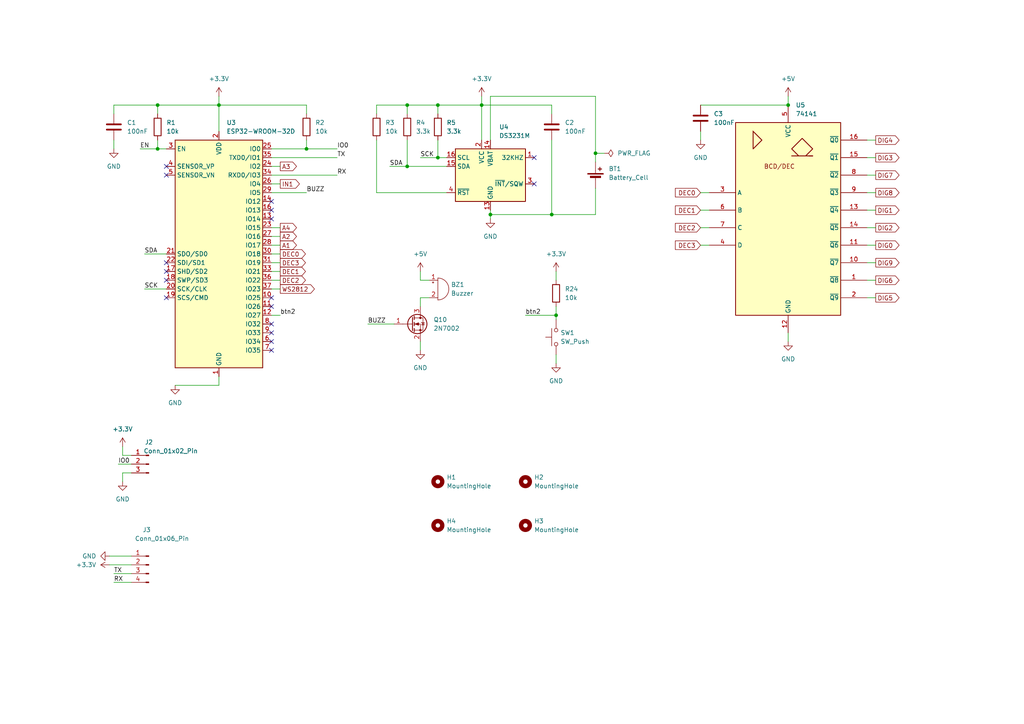
<source format=kicad_sch>
(kicad_sch (version 20230121) (generator eeschema)
  (paper "A4")
  (lib_symbols
    (symbol "74xx_IEEE:74141"
      (property "Reference" "U" (at 0 0 0))
      (property "Value" "74141" (at 15.24 -30.48 0))
      (symbol "74141_0_0"
        (polyline (pts (xy 7.112 18.288) (xy 6.096 18.288) (xy 6.096 18.288)) (stroke (width 0.254)) (fill (type background)))
        (polyline (pts (xy -10.16 25.4) (xy -10.16 20.32) (xy -7.62 22.86) (xy -10.16 25.4) (xy -10.16 25.4)) (stroke (width 0.254)) (fill (type background)))
        (polyline (pts (xy 5.08 18.288) (xy 7.112 20.32) (xy 4.064 23.368) (xy 1.016 20.32) (xy 3.048 18.288) (xy 1.016 18.288) (xy 7.112 18.288)) (stroke (width 0.254)) (fill (type background)))
        (text "BCD/DEC" (at -2.54 15.24 0) (effects (font (size 1.27 1.27))))
        (pin power_in line (at 0 -33.02 90) (length 5.08) (name "GND") (number "12"))
        (pin power_in line (at 0 33.02 270) (length 5.08) (name "VCC") (number "5"))
      )
      (symbol "74141_0_1"
        (rectangle (start -15.24 27.94) (end 15.24 -27.94) (stroke (width 0.254)) (fill (type background)))
      )
      (symbol "74141_1_1"
        (pin open_collector line (at 22.86 -17.78 180) (length 7.62) (name "~{Q8}") (number "1"))
        (pin open_collector line (at 22.86 -12.7 180) (length 7.62) (name "~{Q7}") (number "10"))
        (pin open_collector line (at 22.86 -7.62 180) (length 7.62) (name "~{Q6}") (number "11"))
        (pin open_collector line (at 22.86 2.54 180) (length 7.62) (name "~{Q4}") (number "13"))
        (pin open_collector line (at 22.86 -2.54 180) (length 7.62) (name "~{Q5}") (number "14"))
        (pin open_collector line (at 22.86 17.78 180) (length 7.62) (name "~{Q1}") (number "15"))
        (pin open_collector line (at 22.86 22.86 180) (length 7.62) (name "~{Q0}") (number "16"))
        (pin open_collector line (at 22.86 -22.86 180) (length 7.62) (name "~{Q9}") (number "2"))
        (pin input line (at -22.86 7.62 0) (length 7.62) (name "A") (number "3"))
        (pin input line (at -22.86 -7.62 0) (length 7.62) (name "D") (number "4"))
        (pin input line (at -22.86 2.54 0) (length 7.62) (name "B") (number "6"))
        (pin input line (at -22.86 -2.54 0) (length 7.62) (name "C") (number "7"))
        (pin open_collector line (at 22.86 12.7 180) (length 7.62) (name "~{Q2}") (number "8"))
        (pin open_collector line (at 22.86 7.62 180) (length 7.62) (name "~{Q3}") (number "9"))
      )
    )
    (symbol "Connector:Conn_01x03_Pin" (pin_names (offset 1.016) hide)
      (property "Reference" "J" (at 0 5.08 0))
      (property "Value" "Conn_01x03_Pin" (at 0 -5.08 0))
      (symbol "Conn_01x03_Pin_1_1"
        (polyline (pts (xy 1.27 -2.54) (xy 0.8636 -2.54)) (stroke (width 0.1524)))
        (polyline (pts (xy 1.27 0) (xy 0.8636 0)) (stroke (width 0.1524)))
        (polyline (pts (xy 1.27 2.54) (xy 0.8636 2.54)) (stroke (width 0.1524)))
        (rectangle (start 0.8636 -2.413) (end 0 -2.667) (stroke (width 0.1524)) (fill (type outline)))
        (rectangle (start 0.8636 0.127) (end 0 -0.127) (stroke (width 0.1524)) (fill (type outline)))
        (rectangle (start 0.8636 2.667) (end 0 2.413) (stroke (width 0.1524)) (fill (type outline)))
        (pin passive line (at 5.08 2.54 180) (length 3.81) (name "Pin_1") (number "1"))
        (pin passive line (at 5.08 0 180) (length 3.81) (name "Pin_2") (number "2"))
        (pin passive line (at 5.08 -2.54 180) (length 3.81) (name "Pin_3") (number "3"))
      )
    )
    (symbol "Connector:Conn_01x04_Pin" (pin_names (offset 1.016) hide)
      (property "Reference" "J" (at 0 5.08 0))
      (property "Value" "Conn_01x04_Pin" (at 0 -7.62 0))
      (symbol "Conn_01x04_Pin_1_1"
        (polyline (pts (xy 1.27 -5.08) (xy 0.8636 -5.08)) (stroke (width 0.1524)))
        (polyline (pts (xy 1.27 -2.54) (xy 0.8636 -2.54)) (stroke (width 0.1524)))
        (polyline (pts (xy 1.27 0) (xy 0.8636 0)) (stroke (width 0.1524)))
        (polyline (pts (xy 1.27 2.54) (xy 0.8636 2.54)) (stroke (width 0.1524)))
        (rectangle (start 0.8636 -4.953) (end 0 -5.207) (stroke (width 0.1524)) (fill (type outline)))
        (rectangle (start 0.8636 -2.413) (end 0 -2.667) (stroke (width 0.1524)) (fill (type outline)))
        (rectangle (start 0.8636 0.127) (end 0 -0.127) (stroke (width 0.1524)) (fill (type outline)))
        (rectangle (start 0.8636 2.667) (end 0 2.413) (stroke (width 0.1524)) (fill (type outline)))
        (pin passive line (at 5.08 2.54 180) (length 3.81) (name "Pin_1") (number "1"))
        (pin passive line (at 5.08 0 180) (length 3.81) (name "Pin_2") (number "2"))
        (pin passive line (at 5.08 -2.54 180) (length 3.81) (name "Pin_3") (number "3"))
        (pin passive line (at 5.08 -5.08 180) (length 3.81) (name "Pin_4") (number "4"))
      )
    )
    (symbol "Device:Battery_Cell" (pin_numbers hide) (pin_names (offset 0) hide)
      (property "Reference" "BT" (at 2.54 2.54 0))
      (property "Value" "Battery_Cell" (at 2.54 0 0))
      (symbol "Battery_Cell_0_1"
        (rectangle (start -2.286 1.778) (end 2.286 1.524) (fill (type outline)))
        (rectangle (start -1.524 1.016) (end 1.524 0.508) (fill (type outline)))
        (polyline (pts (xy 0 0.762) (xy 0 0)))
        (polyline (pts (xy 0 1.778) (xy 0 2.54)))
        (polyline (pts (xy 0.762 3.048) (xy 1.778 3.048)) (stroke (width 0.254)))
        (polyline (pts (xy 1.27 3.556) (xy 1.27 2.54)) (stroke (width 0.254)))
      )
      (symbol "Battery_Cell_1_1"
        (pin passive line (at 0 5.08 270) (length 2.54) (name "+") (number "1"))
        (pin passive line (at 0 -2.54 90) (length 2.54) (name "-") (number "2"))
      )
    )
    (symbol "Device:Buzzer" (pin_names (offset 0.0254) hide)
      (property "Reference" "BZ" (at 3.81 1.27 0))
      (property "Value" "Buzzer" (at 3.81 -1.27 0))
      (symbol "Buzzer_0_1"
        (arc (start 0 -3.175) (mid 3.1612 0) (end 0 3.175))
        (polyline (pts (xy -1.651 1.905) (xy -1.143 1.905)))
        (polyline (pts (xy -1.397 2.159) (xy -1.397 1.651)))
        (polyline (pts (xy 0 3.175) (xy 0 -3.175)))
      )
      (symbol "Buzzer_1_1"
        (pin passive line (at -2.54 2.54 0) (length 2.54) (name "+") (number "1"))
        (pin passive line (at -2.54 -2.54 0) (length 2.54) (name "-") (number "2"))
      )
    )
    (symbol "Device:C" (pin_numbers hide) (pin_names (offset 0.254))
      (property "Reference" "C" (at 0.635 2.54 0))
      (property "Value" "C" (at 0.635 -2.54 0))
      (symbol "C_0_1"
        (polyline (pts (xy -2.032 -0.762) (xy 2.032 -0.762)) (stroke (width 0.508)))
        (polyline (pts (xy -2.032 0.762) (xy 2.032 0.762)) (stroke (width 0.508)))
      )
      (symbol "C_1_1"
        (pin passive line (at 0 3.81 270) (length 2.794) (name "~") (number "1"))
        (pin passive line (at 0 -3.81 90) (length 2.794) (name "~") (number "2"))
      )
    )
    (symbol "Device:R" (pin_numbers hide) (pin_names (offset 0))
      (property "Reference" "R" (at 2.032 0 90))
      (property "Value" "R" (at 0 0 90))
      (symbol "R_0_1"
        (rectangle (start -1.016 -2.54) (end 1.016 2.54) (stroke (width 0.254)))
      )
      (symbol "R_1_1"
        (pin passive line (at 0 3.81 270) (length 1.27) (name "~") (number "1"))
        (pin passive line (at 0 -3.81 90) (length 1.27) (name "~") (number "2"))
      )
    )
    (symbol "Mechanical:MountingHole" (pin_names (offset 1.016))
      (property "Reference" "H" (at 0 5.08 0))
      (property "Value" "MountingHole" (at 0 3.175 0))
      (symbol "MountingHole_0_1"
        (circle (center 0 0) (radius 1.27) (stroke (width 1.27)))
      )
    )
    (symbol "RF_Module:ESP32-WROOM-32D"
      (property "Reference" "U" (at -12.7 34.29 0))
      (property "Value" "ESP32-WROOM-32D" (at 1.27 34.29 0))
      (symbol "ESP32-WROOM-32D_0_1"
        (rectangle (start -12.7 33.02) (end 12.7 -33.02) (stroke (width 0.254)) (fill (type background)))
      )
      (symbol "ESP32-WROOM-32D_1_1"
        (pin power_in line (at 0 -35.56 90) (length 2.54) (name "GND") (number "1"))
        (pin bidirectional line (at 15.24 -12.7 180) (length 2.54) (name "IO25") (number "10"))
        (pin bidirectional line (at 15.24 -15.24 180) (length 2.54) (name "IO26") (number "11"))
        (pin bidirectional line (at 15.24 -17.78 180) (length 2.54) (name "IO27") (number "12"))
        (pin bidirectional line (at 15.24 10.16 180) (length 2.54) (name "IO14") (number "13"))
        (pin bidirectional line (at 15.24 15.24 180) (length 2.54) (name "IO12") (number "14"))
        (pin passive line (at 0 -35.56 90) (length 2.54) hide (name "GND") (number "15"))
        (pin bidirectional line (at 15.24 12.7 180) (length 2.54) (name "IO13") (number "16"))
        (pin bidirectional line (at -15.24 -5.08 0) (length 2.54) (name "SHD/SD2") (number "17"))
        (pin bidirectional line (at -15.24 -7.62 0) (length 2.54) (name "SWP/SD3") (number "18"))
        (pin bidirectional line (at -15.24 -12.7 0) (length 2.54) (name "SCS/CMD") (number "19"))
        (pin power_in line (at 0 35.56 270) (length 2.54) (name "VDD") (number "2"))
        (pin bidirectional line (at -15.24 -10.16 0) (length 2.54) (name "SCK/CLK") (number "20"))
        (pin bidirectional line (at -15.24 0 0) (length 2.54) (name "SDO/SD0") (number "21"))
        (pin bidirectional line (at -15.24 -2.54 0) (length 2.54) (name "SDI/SD1") (number "22"))
        (pin bidirectional line (at 15.24 7.62 180) (length 2.54) (name "IO15") (number "23"))
        (pin bidirectional line (at 15.24 25.4 180) (length 2.54) (name "IO2") (number "24"))
        (pin bidirectional line (at 15.24 30.48 180) (length 2.54) (name "IO0") (number "25"))
        (pin bidirectional line (at 15.24 20.32 180) (length 2.54) (name "IO4") (number "26"))
        (pin bidirectional line (at 15.24 5.08 180) (length 2.54) (name "IO16") (number "27"))
        (pin bidirectional line (at 15.24 2.54 180) (length 2.54) (name "IO17") (number "28"))
        (pin bidirectional line (at 15.24 17.78 180) (length 2.54) (name "IO5") (number "29"))
        (pin input line (at -15.24 30.48 0) (length 2.54) (name "EN") (number "3"))
        (pin bidirectional line (at 15.24 0 180) (length 2.54) (name "IO18") (number "30"))
        (pin bidirectional line (at 15.24 -2.54 180) (length 2.54) (name "IO19") (number "31"))
        (pin no_connect line (at -12.7 -27.94 0) (length 2.54) hide (name "NC") (number "32"))
        (pin bidirectional line (at 15.24 -5.08 180) (length 2.54) (name "IO21") (number "33"))
        (pin bidirectional line (at 15.24 22.86 180) (length 2.54) (name "RXD0/IO3") (number "34"))
        (pin bidirectional line (at 15.24 27.94 180) (length 2.54) (name "TXD0/IO1") (number "35"))
        (pin bidirectional line (at 15.24 -7.62 180) (length 2.54) (name "IO22") (number "36"))
        (pin bidirectional line (at 15.24 -10.16 180) (length 2.54) (name "IO23") (number "37"))
        (pin passive line (at 0 -35.56 90) (length 2.54) hide (name "GND") (number "38"))
        (pin passive line (at 0 -35.56 90) (length 2.54) hide (name "GND") (number "39"))
        (pin input line (at -15.24 25.4 0) (length 2.54) (name "SENSOR_VP") (number "4"))
        (pin input line (at -15.24 22.86 0) (length 2.54) (name "SENSOR_VN") (number "5"))
        (pin input line (at 15.24 -25.4 180) (length 2.54) (name "IO34") (number "6"))
        (pin input line (at 15.24 -27.94 180) (length 2.54) (name "IO35") (number "7"))
        (pin bidirectional line (at 15.24 -20.32 180) (length 2.54) (name "IO32") (number "8"))
        (pin bidirectional line (at 15.24 -22.86 180) (length 2.54) (name "IO33") (number "9"))
      )
    )
    (symbol "Switch:SW_Push" (pin_numbers hide) (pin_names (offset 1.016) hide)
      (property "Reference" "SW" (at 1.27 2.54 0))
      (property "Value" "SW_Push" (at 0 -1.524 0))
      (symbol "SW_Push_0_1"
        (circle (center -2.032 0) (radius 0.508))
        (polyline (pts (xy 0 1.27) (xy 0 3.048)))
        (polyline (pts (xy 2.54 1.27) (xy -2.54 1.27)))
        (circle (center 2.032 0) (radius 0.508))
        (pin passive line (at -5.08 0 0) (length 2.54) (name "1") (number "1"))
        (pin passive line (at 5.08 0 180) (length 2.54) (name "2") (number "2"))
      )
    )
    (symbol "Timer_RTC:DS3231M"
      (property "Reference" "U" (at -7.62 8.89 0))
      (property "Value" "DS3231M" (at 10.16 8.89 0))
      (symbol "DS3231M_0_1"
        (rectangle (start -10.16 7.62) (end 10.16 -7.62) (stroke (width 0.254)) (fill (type background)))
      )
      (symbol "DS3231M_1_1"
        (pin open_collector line (at 12.7 5.08 180) (length 2.54) (name "32KHZ") (number "1"))
        (pin passive line (at 0 -10.16 90) (length 2.54) hide (name "GND") (number "10"))
        (pin passive line (at 0 -10.16 90) (length 2.54) hide (name "GND") (number "11"))
        (pin passive line (at 0 -10.16 90) (length 2.54) hide (name "GND") (number "12"))
        (pin power_in line (at 0 -10.16 90) (length 2.54) (name "GND") (number "13"))
        (pin power_in line (at 0 10.16 270) (length 2.54) (name "VBAT") (number "14"))
        (pin bidirectional line (at -12.7 2.54 0) (length 2.54) (name "SDA") (number "15"))
        (pin input line (at -12.7 5.08 0) (length 2.54) (name "SCL") (number "16"))
        (pin power_in line (at -2.54 10.16 270) (length 2.54) (name "VCC") (number "2"))
        (pin open_collector line (at 12.7 -2.54 180) (length 2.54) (name "~{INT}/SQW") (number "3"))
        (pin bidirectional line (at -12.7 -5.08 0) (length 2.54) (name "~{RST}") (number "4"))
        (pin passive line (at 0 -10.16 90) (length 2.54) hide (name "GND") (number "5"))
        (pin passive line (at 0 -10.16 90) (length 2.54) hide (name "GND") (number "6"))
        (pin passive line (at 0 -10.16 90) (length 2.54) hide (name "GND") (number "7"))
        (pin passive line (at 0 -10.16 90) (length 2.54) hide (name "GND") (number "8"))
        (pin passive line (at 0 -10.16 90) (length 2.54) hide (name "GND") (number "9"))
      )
    )
    (symbol "Transistor_FET:2N7002" (pin_names hide)
      (property "Reference" "Q" (at 5.08 1.905 0))
      (property "Value" "2N7002" (at 5.08 0 0))
      (symbol "2N7002_0_1"
        (polyline (pts (xy 0.254 0) (xy -2.54 0)))
        (polyline (pts (xy 0.254 1.905) (xy 0.254 -1.905)) (stroke (width 0.254)))
        (polyline (pts (xy 0.762 -1.27) (xy 0.762 -2.286)) (stroke (width 0.254)))
        (polyline (pts (xy 0.762 0.508) (xy 0.762 -0.508)) (stroke (width 0.254)))
        (polyline (pts (xy 0.762 2.286) (xy 0.762 1.27)) (stroke (width 0.254)))
        (polyline (pts (xy 2.54 2.54) (xy 2.54 1.778)))
        (polyline (pts (xy 2.54 -2.54) (xy 2.54 0) (xy 0.762 0)))
        (polyline (pts (xy 0.762 -1.778) (xy 3.302 -1.778) (xy 3.302 1.778) (xy 0.762 1.778)))
        (polyline (pts (xy 1.016 0) (xy 2.032 0.381) (xy 2.032 -0.381) (xy 1.016 0)) (fill (type outline)))
        (polyline (pts (xy 2.794 0.508) (xy 2.921 0.381) (xy 3.683 0.381) (xy 3.81 0.254)))
        (polyline (pts (xy 3.302 0.381) (xy 2.921 -0.254) (xy 3.683 -0.254) (xy 3.302 0.381)))
        (circle (center 1.651 0) (radius 2.794) (stroke (width 0.254)))
        (circle (center 2.54 -1.778) (radius 0.254) (fill (type outline)))
        (circle (center 2.54 1.778) (radius 0.254) (fill (type outline)))
      )
      (symbol "2N7002_1_1"
        (pin input line (at -5.08 0 0) (length 2.54) (name "G") (number "1"))
        (pin passive line (at 2.54 -5.08 90) (length 2.54) (name "S") (number "2"))
        (pin passive line (at 2.54 5.08 270) (length 2.54) (name "D") (number "3"))
      )
    )
    (symbol "power:+3.3V" (power) (pin_names (offset 0))
      (property "Value" "+3.3V" (at 0 3.556 0))
      (symbol "+3.3V_0_1"
        (polyline (pts (xy -0.762 1.27) (xy 0 2.54)))
        (polyline (pts (xy 0 0) (xy 0 2.54)))
        (polyline (pts (xy 0 2.54) (xy 0.762 1.27)))
      )
      (symbol "+3.3V_1_1"
        (pin power_in line (at 0 0 90) (length 0) hide (name "+3.3V") (number "1"))
      )
    )
    (symbol "power:+5V" (power) (pin_names (offset 0))
      (property "Value" "+5V" (at 0 3.556 0))
      (symbol "+5V_0_1"
        (polyline (pts (xy -0.762 1.27) (xy 0 2.54)))
        (polyline (pts (xy 0 0) (xy 0 2.54)))
        (polyline (pts (xy 0 2.54) (xy 0.762 1.27)))
      )
      (symbol "+5V_1_1"
        (pin power_in line (at 0 0 90) (length 0) hide (name "+5V") (number "1"))
      )
    )
    (symbol "power:GND" (power) (pin_names (offset 0))
      (property "Value" "GND" (at 0 -3.81 0))
      (symbol "GND_0_1"
        (polyline (pts (xy 0 0) (xy 0 -1.27) (xy 1.27 -1.27) (xy 0 -2.54) (xy -1.27 -1.27) (xy 0 -1.27)))
      )
      (symbol "GND_1_1"
        (pin power_in line (at 0 0 270) (length 0) hide (name "GND") (number "1"))
      )
    )
    (symbol "power:PWR_FLAG" (power) (pin_numbers hide) (pin_names (offset 0) hide)
      (property "Value" "PWR_FLAG" (at 0 3.81 0))
      (symbol "PWR_FLAG_0_0"
        (pin power_out line (at 0 0 90) (length 0) (name "pwr") (number "1"))
      )
      (symbol "PWR_FLAG_0_1"
        (polyline (pts (xy 0 0) (xy 0 1.27) (xy -1.016 1.905) (xy 0 2.54) (xy 1.016 1.905) (xy 0 1.27)))
      )
    )
  )
  (junction (at 161.29 91.44))
  (junction (at 139.7 30.48))
  (junction (at 127 45.72))
  (junction (at 172.72 44.45))
  (junction (at 228.6 30.48))
  (junction (at 118.11 48.26))
  (junction (at 118.11 30.48))
  (junction (at 142.24 62.23))
  (junction (at 45.72 30.48))
  (junction (at 63.5 30.48))
  (junction (at 127 30.48))
  (junction (at 88.9 43.18))
  (junction (at 45.72 43.18))
  (junction (at 160.02 62.23))
  (no_connect (at 48.26 48.26))
  (no_connect (at 154.94 53.34))
  (no_connect (at 78.74 99.06))
  (no_connect (at 48.26 76.2))
  (no_connect (at 48.26 50.8))
  (no_connect (at 78.74 63.5))
  (no_connect (at 78.74 86.36))
  (no_connect (at 48.26 81.28))
  (no_connect (at 78.74 101.6))
  (no_connect (at 78.74 60.96))
  (no_connect (at 78.74 88.9))
  (no_connect (at 78.74 93.98))
  (no_connect (at 48.26 78.74))
  (no_connect (at 154.94 45.72))
  (no_connect (at 48.26 86.36))
  (no_connect (at 78.74 58.42))
  (no_connect (at 78.74 96.52))
  (wire (pts (xy 251.46 71.12) (xy 254 71.12)))
  (wire (pts (xy 152.4 91.44) (xy 161.29 91.44)))
  (wire (pts (xy 251.46 60.96) (xy 254 60.96)))
  (wire (pts (xy 121.92 45.72) (xy 127 45.72)))
  (wire (pts (xy 78.74 50.8) (xy 97.79 50.8)))
  (wire (pts (xy 109.22 30.48) (xy 109.22 33.02)))
  (wire (pts (xy 78.74 66.04) (xy 81.28 66.04)))
  (wire (pts (xy 118.11 48.26) (xy 129.54 48.26)))
  (wire (pts (xy 172.72 44.45) (xy 172.72 27.94)))
  (wire (pts (xy 142.24 60.96) (xy 142.24 62.23)))
  (wire (pts (xy 139.7 27.94) (xy 139.7 30.48)))
  (wire (pts (xy 118.11 30.48) (xy 118.11 33.02)))
  (wire (pts (xy 121.92 86.36) (xy 121.92 88.9)))
  (wire (pts (xy 78.74 45.72) (xy 97.79 45.72)))
  (wire (pts (xy 139.7 30.48) (xy 160.02 30.48)))
  (wire (pts (xy 203.2 30.48) (xy 228.6 30.48)))
  (wire (pts (xy 78.74 55.88) (xy 88.9 55.88)))
  (wire (pts (xy 160.02 62.23) (xy 142.24 62.23)))
  (wire (pts (xy 33.02 166.37) (xy 38.1 166.37)))
  (wire (pts (xy 109.22 30.48) (xy 118.11 30.48)))
  (wire (pts (xy 251.46 86.36) (xy 254 86.36)))
  (wire (pts (xy 63.5 109.22) (xy 63.5 111.76)))
  (wire (pts (xy 31.75 163.83) (xy 38.1 163.83)))
  (wire (pts (xy 161.29 91.44) (xy 161.29 92.71)))
  (wire (pts (xy 172.72 27.94) (xy 142.24 27.94)))
  (wire (pts (xy 33.02 30.48) (xy 45.72 30.48)))
  (wire (pts (xy 40.64 43.18) (xy 45.72 43.18)))
  (wire (pts (xy 251.46 50.8) (xy 254 50.8)))
  (wire (pts (xy 203.2 38.1) (xy 203.2 40.64)))
  (wire (pts (xy 172.72 54.61) (xy 172.72 62.23)))
  (wire (pts (xy 41.91 83.82) (xy 48.26 83.82)))
  (wire (pts (xy 34.29 134.62) (xy 38.1 134.62)))
  (wire (pts (xy 78.74 78.74) (xy 81.28 78.74)))
  (wire (pts (xy 124.46 86.36) (xy 121.92 86.36)))
  (wire (pts (xy 160.02 33.02) (xy 160.02 30.48)))
  (wire (pts (xy 88.9 30.48) (xy 63.5 30.48)))
  (wire (pts (xy 109.22 55.88) (xy 129.54 55.88)))
  (wire (pts (xy 251.46 40.64) (xy 254 40.64)))
  (wire (pts (xy 172.72 46.99) (xy 172.72 44.45)))
  (wire (pts (xy 63.5 30.48) (xy 63.5 38.1)))
  (wire (pts (xy 33.02 40.64) (xy 33.02 43.18)))
  (wire (pts (xy 33.02 33.02) (xy 33.02 30.48)))
  (wire (pts (xy 33.02 168.91) (xy 38.1 168.91)))
  (wire (pts (xy 78.74 71.12) (xy 81.28 71.12)))
  (wire (pts (xy 251.46 55.88) (xy 254 55.88)))
  (wire (pts (xy 203.2 71.12) (xy 205.74 71.12)))
  (wire (pts (xy 31.75 161.29) (xy 38.1 161.29)))
  (wire (pts (xy 203.2 66.04) (xy 205.74 66.04)))
  (wire (pts (xy 35.56 139.7) (xy 35.56 137.16)))
  (wire (pts (xy 142.24 27.94) (xy 142.24 40.64)))
  (wire (pts (xy 88.9 33.02) (xy 88.9 30.48)))
  (wire (pts (xy 251.46 66.04) (xy 254 66.04)))
  (wire (pts (xy 203.2 60.96) (xy 205.74 60.96)))
  (wire (pts (xy 127 45.72) (xy 129.54 45.72)))
  (wire (pts (xy 38.1 132.08) (xy 35.56 132.08)))
  (wire (pts (xy 78.74 48.26) (xy 81.28 48.26)))
  (wire (pts (xy 78.74 76.2) (xy 81.28 76.2)))
  (wire (pts (xy 161.29 102.87) (xy 161.29 105.41)))
  (wire (pts (xy 88.9 40.64) (xy 88.9 43.18)))
  (wire (pts (xy 139.7 30.48) (xy 139.7 40.64)))
  (wire (pts (xy 172.72 62.23) (xy 160.02 62.23)))
  (wire (pts (xy 113.03 48.26) (xy 118.11 48.26)))
  (wire (pts (xy 45.72 30.48) (xy 63.5 30.48)))
  (wire (pts (xy 78.74 83.82) (xy 81.28 83.82)))
  (wire (pts (xy 228.6 27.94) (xy 228.6 30.48)))
  (wire (pts (xy 88.9 43.18) (xy 97.79 43.18)))
  (wire (pts (xy 78.74 81.28) (xy 81.28 81.28)))
  (wire (pts (xy 121.92 81.28) (xy 124.46 81.28)))
  (wire (pts (xy 127 30.48) (xy 127 33.02)))
  (wire (pts (xy 45.72 30.48) (xy 45.72 33.02)))
  (wire (pts (xy 127 30.48) (xy 139.7 30.48)))
  (wire (pts (xy 251.46 45.72) (xy 254 45.72)))
  (wire (pts (xy 121.92 99.06) (xy 121.92 101.6)))
  (wire (pts (xy 81.28 91.44) (xy 78.74 91.44)))
  (wire (pts (xy 161.29 88.9) (xy 161.29 91.44)))
  (wire (pts (xy 63.5 111.76) (xy 50.8 111.76)))
  (wire (pts (xy 41.91 73.66) (xy 48.26 73.66)))
  (wire (pts (xy 251.46 76.2) (xy 254 76.2)))
  (wire (pts (xy 127 40.64) (xy 127 45.72)))
  (wire (pts (xy 121.92 78.74) (xy 121.92 81.28)))
  (wire (pts (xy 35.56 132.08) (xy 35.56 129.54)))
  (wire (pts (xy 78.74 53.34) (xy 81.28 53.34)))
  (wire (pts (xy 63.5 27.94) (xy 63.5 30.48)))
  (wire (pts (xy 106.68 93.98) (xy 114.3 93.98)))
  (wire (pts (xy 172.72 44.45) (xy 175.26 44.45)))
  (wire (pts (xy 78.74 43.18) (xy 88.9 43.18)))
  (wire (pts (xy 118.11 40.64) (xy 118.11 48.26)))
  (wire (pts (xy 203.2 55.88) (xy 205.74 55.88)))
  (wire (pts (xy 160.02 40.64) (xy 160.02 62.23)))
  (wire (pts (xy 45.72 40.64) (xy 45.72 43.18)))
  (wire (pts (xy 45.72 43.18) (xy 48.26 43.18)))
  (wire (pts (xy 251.46 81.28) (xy 254 81.28)))
  (wire (pts (xy 78.74 68.58) (xy 81.28 68.58)))
  (wire (pts (xy 228.6 96.52) (xy 228.6 99.06)))
  (wire (pts (xy 161.29 78.74) (xy 161.29 81.28)))
  (wire (pts (xy 109.22 40.64) (xy 109.22 55.88)))
  (wire (pts (xy 118.11 30.48) (xy 127 30.48)))
  (wire (pts (xy 35.56 137.16) (xy 38.1 137.16)))
  (wire (pts (xy 142.24 62.23) (xy 142.24 63.5)))
  (wire (pts (xy 78.74 73.66) (xy 81.28 73.66)))
  (label "TX" (at 33.02 166.37 0))
  (label "SDA" (at 113.03 48.26 0))
  (label "SCK" (at 121.92 45.72 0))
  (label "BUZZ" (at 106.68 93.98 0))
  (label "IO0" (at 97.79 43.18 0))
  (label "btn2" (at 81.28 91.44 0))
  (label "BUZZ" (at 88.9 55.88 0))
  (label "TX" (at 97.79 45.72 0))
  (label "EN" (at 40.64 43.18 0))
  (label "SCK" (at 41.91 83.82 0))
  (label "IO0" (at 34.29 134.62 0))
  (label "RX" (at 33.02 168.91 0))
  (label "RX" (at 97.79 50.8 0))
  (label "btn2" (at 152.4 91.44 0))
  (label "SDA" (at 41.91 73.66 0))
  (global_label "DIG9" (shape output) (at 254 76.2 0) (property "Intersheetrefs" "${INTERSHEET_REFS}" (effects hide)))
  (global_label "DEC3" (shape output) (at 81.28 76.2 0) (property "Intersheetrefs" "${INTERSHEET_REFS}" (effects hide)))
  (global_label "DIG0" (shape output) (at 254 71.12 0) (property "Intersheetrefs" "${INTERSHEET_REFS}" (effects hide)))
  (global_label "DIG7" (shape output) (at 254 50.8 0) (property "Intersheetrefs" "${INTERSHEET_REFS}" (effects hide)))
  (global_label "DIG3" (shape output) (at 254 45.72 0) (property "Intersheetrefs" "${INTERSHEET_REFS}" (effects hide)))
  (global_label "A1" (shape output) (at 81.28 71.12 0) (property "Intersheetrefs" "${INTERSHEET_REFS}" (effects hide)))
  (global_label "DIG8" (shape output) (at 254 55.88 0) (property "Intersheetrefs" "${INTERSHEET_REFS}" (effects hide)))
  (global_label "DEC2" (shape input) (at 203.2 66.04 180) (property "Intersheetrefs" "${INTERSHEET_REFS}" (effects hide)))
  (global_label "IN1" (shape output) (at 81.28 53.34 0) (property "Intersheetrefs" "${INTERSHEET_REFS}" (effects hide)))
  (global_label "DEC1" (shape output) (at 81.28 78.74 0) (property "Intersheetrefs" "${INTERSHEET_REFS}" (effects hide)))
  (global_label "DIG1" (shape output) (at 254 60.96 0) (property "Intersheetrefs" "${INTERSHEET_REFS}" (effects hide)))
  (global_label "DIG2" (shape output) (at 254 66.04 0) (property "Intersheetrefs" "${INTERSHEET_REFS}" (effects hide)))
  (global_label "DEC1" (shape input) (at 203.2 60.96 180) (property "Intersheetrefs" "${INTERSHEET_REFS}" (effects hide)))
  (global_label "DEC0" (shape input) (at 203.2 55.88 180) (property "Intersheetrefs" "${INTERSHEET_REFS}" (effects hide)))
  (global_label "DEC2" (shape output) (at 81.28 81.28 0) (property "Intersheetrefs" "${INTERSHEET_REFS}" (effects hide)))
  (global_label "DIG4" (shape output) (at 254 40.64 0) (property "Intersheetrefs" "${INTERSHEET_REFS}" (effects hide)))
  (global_label "DIG6" (shape output) (at 254 81.28 0) (property "Intersheetrefs" "${INTERSHEET_REFS}" (effects hide)))
  (global_label "WS2812" (shape output) (at 81.28 83.82 0) (property "Intersheetrefs" "${INTERSHEET_REFS}" (effects hide)))
  (global_label "A2" (shape output) (at 81.28 68.58 0) (property "Intersheetrefs" "${INTERSHEET_REFS}" (effects hide)))
  (global_label "DIG5" (shape output) (at 254 86.36 0) (property "Intersheetrefs" "${INTERSHEET_REFS}" (effects hide)))
  (global_label "A3" (shape output) (at 81.28 48.26 0) (property "Intersheetrefs" "${INTERSHEET_REFS}" (effects hide)))
  (global_label "A4" (shape output) (at 81.28 66.04 0) (property "Intersheetrefs" "${INTERSHEET_REFS}" (effects hide)))
  (global_label "DEC0" (shape output) (at 81.28 73.66 0) (property "Intersheetrefs" "${INTERSHEET_REFS}" (effects hide)))
  (global_label "DEC3" (shape input) (at 203.2 71.12 180) (property "Intersheetrefs" "${INTERSHEET_REFS}" (effects hide)))
  (symbol (lib_id "Device:Battery_Cell") (at 172.72 52.07 0) (unit 1)
    (property "Reference" "BT1" (at 176.53 48.9585 0) (effects (justify left)))
    (property "Value" "Battery_Cell" (at 176.53 51.4985 0) (effects (justify left)))
    (property "Footprint" "project_library:CR1220_battery_holder" (effects hide))
  )
  (symbol (lib_id "power:GND") (at 203.2 40.64 0) (unit 1)
    (property "Reference" "#PWR020" (effects hide))
    (property "Value" "GND" (at 203.2 45.72 0))
  )
  (symbol (lib_id "Device:C") (at 33.02 36.83 0) (unit 1)
    (property "Reference" "C1" (at 36.83 35.56 0) (effects (justify left)))
    (property "Value" "100nF" (at 36.83 38.1 0) (effects (justify left)))
    (property "Footprint" "Capacitor_SMD:C_0805_2012Metric_Pad1.18x1.45mm_HandSolder" (effects hide))
  )
  (symbol (lib_id "Mechanical:MountingHole") (at 152.4 152.4 0) (unit 1)
    (property "Reference" "H3" (at 154.94 151.13 0) (effects (justify left)))
    (property "Value" "MountingHole" (at 154.94 153.67 0) (effects (justify left)))
    (property "Footprint" "MountingHole:MountingHole_3.2mm_M3" (effects hide))
  )
  (symbol (lib_id "RF_Module:ESP32-WROOM-32D") (at 63.5 73.66 0) (unit 1)
    (property "Reference" "U3" (at 65.6941 35.56 0) (effects (justify left)))
    (property "Value" "ESP32-WROOM-32D" (at 65.6941 38.1 0) (effects (justify left)))
    (property "Footprint" "RF_Module:ESP32-WROOM-32D" (effects hide))
    (property "Datasheet" "https://www.espressif.com/sites/default/files/documentation/esp32-wroom-32d_esp32-wroom-32u_datasheet_en.pdf" (effects hide))
  )
  (symbol (lib_id "Timer_RTC:DS3231M") (at 142.24 50.8 0) (unit 1)
    (property "Reference" "U4" (at 144.78 36.83 0) (effects (justify left)))
    (property "Value" "DS3231M" (at 144.78 39.37 0) (effects (justify left)))
    (property "Footprint" "Package_SO:SOIC-16W_7.5x10.3mm_P1.27mm" (effects hide))
    (property "Datasheet" "http://datasheets.maximintegrated.com/en/ds/DS3231.pdf" (effects hide))
  )
  (symbol (lib_id "Transistor_FET:2N7002") (at 119.38 93.98 0) (unit 1)
    (property "Reference" "Q10" (at 125.73 92.71 0) (effects (justify left)))
    (property "Value" "2N7002" (at 125.73 95.25 0) (effects (justify left)))
    (property "Footprint" "Package_TO_SOT_SMD:SOT-23" (effects hide))
    (property "Datasheet" "https://www.onsemi.com/pub/Collateral/NDS7002A-D.PDF" (effects hide))
  )
  (symbol (lib_id "power:+3.3V") (at 63.5 27.94 0) (unit 1)
    (property "Reference" "#PWR08" (effects hide))
    (property "Value" "+3.3V" (at 63.5 22.86 0))
  )
  (symbol (lib_id "power:+3.3V") (at 161.29 78.74 0) (unit 1)
    (property "Reference" "#PWR029" (effects hide))
    (property "Value" "+3.3V" (at 161.29 73.66 0))
  )
  (symbol (lib_id "power:+5V") (at 121.92 78.74 0) (unit 1)
    (property "Reference" "#PWR030" (effects hide))
    (property "Value" "+5V" (at 121.92 73.66 0))
  )
  (symbol (lib_id "Device:R") (at 127 36.83 0) (unit 1)
    (property "Reference" "R5" (at 129.54 35.56 0) (effects (justify left)))
    (property "Value" "3.3k" (at 129.54 38.1 0) (effects (justify left)))
    (property "Footprint" "Resistor_SMD:R_0805_2012Metric_Pad1.20x1.40mm_HandSolder" (effects hide))
  )
  (symbol (lib_id "Mechanical:MountingHole") (at 127 152.4 0) (unit 1)
    (property "Reference" "H4" (at 129.54 151.13 0) (effects (justify left)))
    (property "Value" "MountingHole" (at 129.54 153.67 0) (effects (justify left)))
    (property "Footprint" "MountingHole:MountingHole_3.2mm_M3" (effects hide))
  )
  (symbol (lib_id "power:GND") (at 35.56 139.7 0) (unit 1)
    (property "Reference" "#PWR012" (effects hide))
    (property "Value" "GND" (at 35.56 144.78 0))
  )
  (symbol (lib_id "Mechanical:MountingHole") (at 152.4 139.7 0) (unit 1)
    (property "Reference" "H2" (at 154.94 138.43 0) (effects (justify left)))
    (property "Value" "MountingHole" (at 154.94 140.97 0) (effects (justify left)))
    (property "Footprint" "MountingHole:MountingHole_3.2mm_M3" (effects hide))
  )
  (symbol (lib_id "power:GND") (at 121.92 101.6 0) (unit 1)
    (property "Reference" "#PWR031" (effects hide))
    (property "Value" "GND" (at 121.92 106.68 0))
  )
  (symbol (lib_id "power:+3.3V") (at 139.7 27.94 0) (unit 1)
    (property "Reference" "#PWR011" (effects hide))
    (property "Value" "+3.3V" (at 139.7 22.86 0))
  )
  (symbol (lib_id "Device:R") (at 109.22 36.83 0) (unit 1)
    (property "Reference" "R3" (at 111.76 35.56 0) (effects (justify left)))
    (property "Value" "10k" (at 111.76 38.1 0) (effects (justify left)))
    (property "Footprint" "Resistor_SMD:R_0805_2012Metric_Pad1.20x1.40mm_HandSolder" (effects hide))
  )
  (symbol (lib_id "power:+3.3V") (at 31.75 163.83 90) (unit 1)
    (property "Reference" "#PWR014" (effects hide))
    (property "Value" "+3.3V" (at 27.94 163.83 90) (effects (justify left)))
  )
  (symbol (lib_id "Connector:Conn_01x04_Pin") (at 43.18 163.83 0) (mirror y) (unit 1)
    (property "Reference" "J3" (at 42.545 153.67 0))
    (property "Value" "Conn_01x06_Pin" (at 46.99 156.21 0))
    (property "Footprint" "Connector_PinHeader_2.54mm:PinHeader_1x04_P2.54mm_Vertical" (effects hide))
  )
  (symbol (lib_id "power:GND") (at 33.02 43.18 0) (unit 1)
    (property "Reference" "#PWR019" (effects hide))
    (property "Value" "GND" (at 33.02 48.26 0))
  )
  (symbol (lib_id "Device:R") (at 45.72 36.83 0) (unit 1)
    (property "Reference" "R1" (at 48.26 35.56 0) (effects (justify left)))
    (property "Value" "10k" (at 48.26 38.1 0) (effects (justify left)))
    (property "Footprint" "Resistor_SMD:R_0805_2012Metric_Pad1.20x1.40mm_HandSolder" (effects hide))
  )
  (symbol (lib_id "Device:R") (at 118.11 36.83 0) (unit 1)
    (property "Reference" "R4" (at 120.65 35.56 0) (effects (justify left)))
    (property "Value" "3.3k" (at 120.65 38.1 0) (effects (justify left)))
    (property "Footprint" "Resistor_SMD:R_0805_2012Metric_Pad1.20x1.40mm_HandSolder" (effects hide))
  )
  (symbol (lib_id "Device:Buzzer") (at 127 83.82 0) (unit 1)
    (property "Reference" "BZ1" (at 130.81 82.55 0) (effects (justify left)))
    (property "Value" "Buzzer" (at 130.81 85.09 0) (effects (justify left)))
    (property "Footprint" "Buzzer_Beeper:MagneticBuzzer_PUI_AT-0927-TT-6-R" (effects hide))
  )
  (symbol (lib_id "Device:R") (at 161.29 85.09 0) (unit 1)
    (property "Reference" "R24" (at 163.83 83.82 0) (effects (justify left)))
    (property "Value" "10k" (at 163.83 86.36 0) (effects (justify left)))
    (property "Footprint" "Resistor_SMD:R_0805_2012Metric_Pad1.20x1.40mm_HandSolder" (effects hide))
  )
  (symbol (lib_id "power:GND") (at 161.29 105.41 0) (unit 1)
    (property "Reference" "#PWR034" (effects hide))
    (property "Value" "GND" (at 161.29 110.49 0))
  )
  (symbol (lib_id "power:GND") (at 228.6 99.06 0) (unit 1)
    (property "Reference" "#PWR023" (effects hide))
    (property "Value" "GND" (at 228.6 104.14 0))
  )
  (symbol (lib_id "74xx_IEEE:74141") (at 228.6 63.5 0) (unit 1)
    (property "Reference" "U5" (at 230.7941 30.48 0) (effects (justify left)))
    (property "Value" "74141" (at 230.7941 33.02 0) (effects (justify left)))
    (property "Footprint" "Package_DIP:DIP-16_W7.62mm" (effects hide))
  )
  (symbol (lib_id "Mechanical:MountingHole") (at 127 139.7 0) (unit 1)
    (property "Reference" "H1" (at 129.54 138.43 0) (effects (justify left)))
    (property "Value" "MountingHole" (at 129.54 140.97 0) (effects (justify left)))
    (property "Footprint" "MountingHole:MountingHole_3.2mm_M3" (effects hide))
  )
  (symbol (lib_id "Switch:SW_Push") (at 161.29 97.79 90) (unit 1)
    (property "Reference" "SW1" (at 162.56 96.52 90) (effects (justify right)))
    (property "Value" "SW_Push" (at 162.56 99.06 90) (effects (justify right)))
    (property "Footprint" "Button_Switch_SMD:SW_Push_1P1T_NO_6x6mm_H9.5mm" (effects hide))
  )
  (symbol (lib_id "Device:C") (at 203.2 34.29 0) (unit 1)
    (property "Reference" "C3" (at 207.01 33.02 0) (effects (justify left)))
    (property "Value" "100nF" (at 207.01 35.56 0) (effects (justify left)))
    (property "Footprint" "Capacitor_SMD:C_0805_2012Metric_Pad1.18x1.45mm_HandSolder" (effects hide))
  )
  (symbol (lib_id "Connector:Conn_01x03_Pin") (at 43.18 134.62 0) (mirror y) (unit 1)
    (property "Reference" "J2" (at 43.18 128.27 0))
    (property "Value" "Conn_01x02_Pin" (at 49.53 130.81 0))
    (property "Footprint" "Connector_PinHeader_2.54mm:PinHeader_1x03_P2.54mm_Vertical" (effects hide))
  )
  (symbol (lib_id "power:+5V") (at 228.6 27.94 0) (unit 1)
    (property "Reference" "#PWR024" (effects hide))
    (property "Value" "+5V" (at 228.6 22.86 0))
  )
  (symbol (lib_id "power:GND") (at 142.24 63.5 0) (unit 1)
    (property "Reference" "#PWR010" (effects hide))
    (property "Value" "GND" (at 142.24 68.58 0))
  )
  (symbol (lib_id "Device:R") (at 88.9 36.83 0) (unit 1)
    (property "Reference" "R2" (at 91.44 35.56 0) (effects (justify left)))
    (property "Value" "10k" (at 91.44 38.1 0) (effects (justify left)))
    (property "Footprint" "Resistor_SMD:R_0805_2012Metric_Pad1.20x1.40mm_HandSolder" (effects hide))
  )
  (symbol (lib_id "Device:C") (at 160.02 36.83 0) (unit 1)
    (property "Reference" "C2" (at 163.83 35.56 0) (effects (justify left)))
    (property "Value" "100nF" (at 163.83 38.1 0) (effects (justify left)))
    (property "Footprint" "Capacitor_SMD:C_0805_2012Metric_Pad1.18x1.45mm_HandSolder" (effects hide))
  )
  (symbol (lib_id "power:GND") (at 50.8 111.76 0) (unit 1)
    (property "Reference" "#PWR09" (effects hide))
    (property "Value" "GND" (at 50.8 116.84 0))
  )
  (symbol (lib_id "power:GND") (at 31.75 161.29 270) (unit 1)
    (property "Reference" "#PWR013" (effects hide))
    (property "Value" "GND" (at 27.94 161.29 90) (effects (justify right)))
  )
  (symbol (lib_id "power:+3.3V") (at 35.56 129.54 0) (unit 1)
    (property "Reference" "#PWR032" (effects hide))
    (property "Value" "+3.3V" (at 35.56 124.46 0))
  )
  (symbol (lib_id "power:PWR_FLAG") (at 175.26 44.45 270) (unit 1)
    (property "Reference" "#FLG03" (effects hide))
    (property "Value" "PWR_FLAG" (at 179.07 44.45 90) (effects (justify left)))
  )
)
</source>
